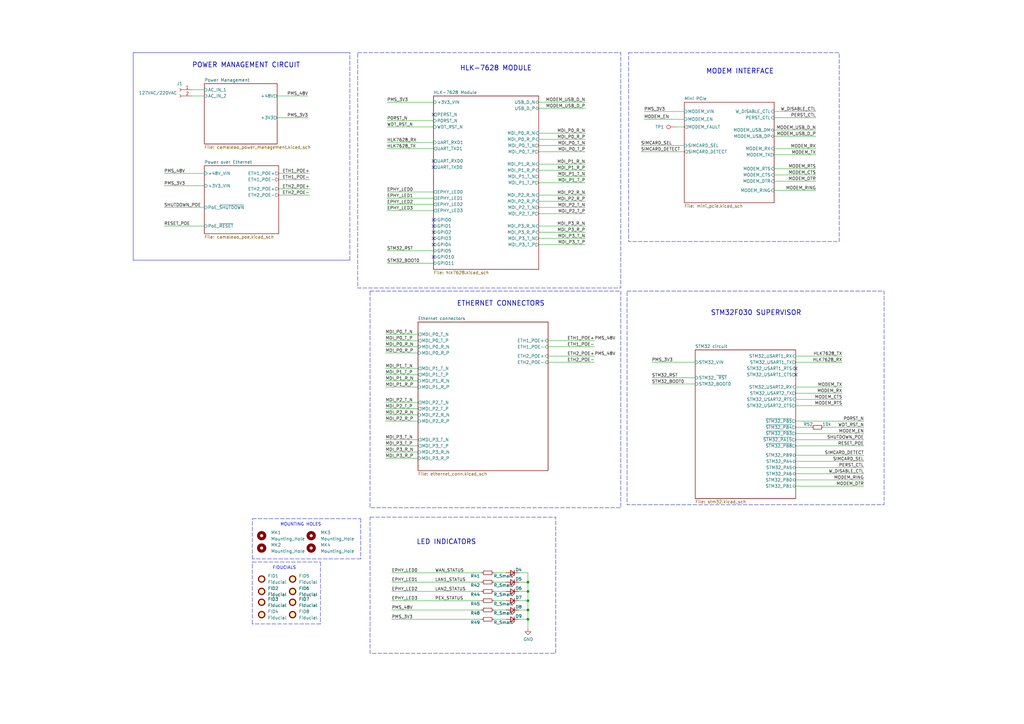
<source format=kicad_sch>
(kicad_sch (version 20230121) (generator eeschema)
  (paper "A3")
  (lib_symbols
    (symbol "Connector:Conn_01x02_Female" (pin_names (offset 1.016) hide)
      (property "Reference" "J" (at 0 2.54 0))
      (property "Value" "Conn_01x02_Female" (at 0 -5.08 0))
      (symbol "Conn_01x02_Female_1_1"
        (arc (start 0 -2.032) (mid -0.5058 -2.54) (end 0 -3.048) (stroke (width 0.1524)))
        (polyline (pts (xy -1.27 -2.54) (xy -0.508 -2.54)) (stroke (width 0.1524)))
        (polyline (pts (xy -1.27 0) (xy -0.508 0)) (stroke (width 0.1524)))
        (arc (start 0 0.508) (mid -0.5058 0) (end 0 -0.508) (stroke (width 0.1524)))
        (pin passive line (at -5.08 0 0) (length 3.81) (name "Pin_1") (number "1"))
        (pin passive line (at -5.08 -2.54 0) (length 3.81) (name "Pin_2") (number "2"))
      )
    )
    (symbol "Connector:TestPoint" (pin_numbers hide) (pin_names (offset 0.762) hide)
      (property "Reference" "TP" (at 0 6.858 0))
      (property "Value" "TestPoint" (at 0 5.08 0))
      (symbol "TestPoint_0_1"
        (circle (center 0 3.302) (radius 0.762))
      )
      (symbol "TestPoint_1_1"
        (pin passive line (at 0 0 90) (length 2.54) (name "1") (number "1"))
      )
    )
    (symbol "Device:LED_Small" (pin_numbers hide) (pin_names (offset 0.254) hide)
      (property "Reference" "D" (at -1.27 3.175 0))
      (property "Value" "LED_Small" (at -4.445 -2.54 0))
      (symbol "LED_Small_0_1"
        (polyline (pts (xy -0.762 -1.016) (xy -0.762 1.016)) (stroke (width 0.254)))
        (polyline (pts (xy 1.016 0) (xy -0.762 0)))
        (polyline (pts (xy 0.762 -1.016) (xy -0.762 0) (xy 0.762 1.016) (xy 0.762 -1.016)) (stroke (width 0.254)))
        (polyline (pts (xy 0 0.762) (xy -0.508 1.27) (xy -0.254 1.27) (xy -0.508 1.27) (xy -0.508 1.016)))
        (polyline (pts (xy 0.508 1.27) (xy 0 1.778) (xy 0.254 1.778) (xy 0 1.778) (xy 0 1.524)))
      )
      (symbol "LED_Small_1_1"
        (pin passive line (at -2.54 0 0) (length 1.778) (name "K") (number "1"))
        (pin passive line (at 2.54 0 180) (length 1.778) (name "A") (number "2"))
      )
    )
    (symbol "Device:R_Small" (pin_numbers hide) (pin_names (offset 0.254) hide)
      (property "Reference" "R" (at 0.762 0.508 0))
      (property "Value" "R_Small" (at 0.762 -1.016 0))
      (symbol "R_Small_0_1"
        (rectangle (start -0.762 1.778) (end 0.762 -1.778) (stroke (width 0.2032)))
      )
      (symbol "R_Small_1_1"
        (pin passive line (at 0 2.54 270) (length 0.762) (name "~") (number "1"))
        (pin passive line (at 0 -2.54 90) (length 0.762) (name "~") (number "2"))
      )
    )
    (symbol "Mechanical:Fiducial"
      (property "Reference" "FID" (at 0 5.08 0))
      (property "Value" "Fiducial" (at 0 3.175 0))
      (symbol "Fiducial_0_1"
        (circle (center 0 0) (radius 1.27) (stroke (width 0.508)) (fill (type background)))
      )
    )
    (symbol "mechanical:Mounting_Hole" (pin_names (offset 1.016))
      (property "Reference" "MK" (at 0 5.08 0))
      (property "Value" "Mounting_Hole" (at 0 3.175 0))
      (symbol "Mounting_Hole_0_1"
        (circle (center 0 0) (radius 1.27) (stroke (width 1.27)))
      )
    )
    (symbol "power:GND" (power) (pin_names (offset 0))
      (property "Value" "GND" (at 0 -3.81 0))
      (symbol "GND_0_1"
        (polyline (pts (xy 0 0) (xy 0 -1.27) (xy 1.27 -1.27) (xy 0 -2.54) (xy -1.27 -1.27) (xy 0 -1.27)))
      )
      (symbol "GND_1_1"
        (pin power_in line (at 0 0 270) (length 0) hide (name "GND") (number "1"))
      )
    )
  )
  (junction (at 216.535 238.76))
  (junction (at 216.535 246.38))
  (junction (at 216.535 250.19))
  (junction (at 216.535 254))
  (junction (at 216.535 242.57))
  (no_connect (at 177.8 97.79))
  (no_connect (at 177.8 105.41))
  (no_connect (at 326.39 151.13))
  (no_connect (at 177.8 100.33))
  (no_connect (at 177.8 46.99))
  (no_connect (at 177.8 66.04))
  (no_connect (at 177.8 68.58))
  (no_connect (at 177.8 95.25))
  (no_connect (at 177.8 90.17))
  (no_connect (at 177.8 92.71))
  (no_connect (at 326.39 153.67))
  (wire (pts (xy 267.335 154.94) (xy 285.115 154.94)))
  (wire (pts (xy 354.33 172.72) (xy 326.39 172.72)))
  (wire (pts (xy 158.75 81.28) (xy 177.8 81.28)))
  (wire (pts (xy 220.98 44.45) (xy 240.03 44.45)))
  (wire (pts (xy 277.495 52.07) (xy 280.67 52.07)))
  (polyline (pts (xy 54.61 21.59) (xy 54.61 106.68)))
  (wire (pts (xy 67.31 71.12) (xy 83.82 71.12)))
  (wire (pts (xy 158.75 107.95) (xy 177.8 107.95)))
  (polyline (pts (xy 143.51 106.68) (xy 143.51 21.59)) (stroke (width 0) (type dash)))
  (wire (pts (xy 127 80.01) (xy 114.3 80.01)))
  (wire (pts (xy 212.725 246.38) (xy 216.535 246.38)))
  (wire (pts (xy 158.115 158.75) (xy 171.45 158.75)))
  (wire (pts (xy 158.75 49.53) (xy 177.8 49.53)))
  (polyline (pts (xy 103.505 212.725) (xy 147.955 212.725)) (stroke (width 0) (type dash)))
  (wire (pts (xy 127 73.66) (xy 114.3 73.66)))
  (wire (pts (xy 212.725 238.76) (xy 216.535 238.76)))
  (wire (pts (xy 264.16 45.72) (xy 280.67 45.72)))
  (wire (pts (xy 114.3 77.47) (xy 127 77.47)))
  (wire (pts (xy 158.75 86.36) (xy 177.8 86.36)))
  (wire (pts (xy 264.16 48.895) (xy 280.67 48.895)))
  (wire (pts (xy 158.75 78.74) (xy 177.8 78.74)))
  (wire (pts (xy 224.79 139.7) (xy 243.84 139.7)))
  (wire (pts (xy 220.98 95.25) (xy 240.03 95.25)))
  (polyline (pts (xy 147.955 212.725) (xy 147.955 229.235)) (stroke (width 0) (type dash)))
  (wire (pts (xy 317.5 74.295) (xy 334.645 74.295)))
  (wire (pts (xy 202.565 242.57) (xy 207.645 242.57)))
  (wire (pts (xy 240.03 72.39) (xy 228.6 72.39)))
  (polyline (pts (xy 131.445 230.505) (xy 131.445 255.905)) (stroke (width 0) (type dash)))
  (wire (pts (xy 317.5 45.72) (xy 334.645 45.72)))
  (wire (pts (xy 160.655 250.19) (xy 197.485 250.19)))
  (wire (pts (xy 202.565 246.38) (xy 207.645 246.38)))
  (wire (pts (xy 216.535 257.81) (xy 216.535 254)))
  (wire (pts (xy 326.39 166.37) (xy 345.44 166.37)))
  (wire (pts (xy 337.82 175.26) (xy 354.33 175.26)))
  (wire (pts (xy 326.39 163.83) (xy 345.44 163.83)))
  (polyline (pts (xy 147.955 229.235) (xy 103.505 229.235)) (stroke (width 0) (type dash)))
  (wire (pts (xy 220.98 87.63) (xy 240.03 87.63)))
  (wire (pts (xy 317.5 71.755) (xy 334.645 71.755)))
  (wire (pts (xy 158.115 144.78) (xy 171.45 144.78)))
  (wire (pts (xy 158.115 165.1) (xy 171.45 165.1)))
  (wire (pts (xy 158.115 182.88) (xy 171.45 182.88)))
  (wire (pts (xy 212.725 254) (xy 216.535 254)))
  (wire (pts (xy 326.39 161.29) (xy 345.44 161.29)))
  (wire (pts (xy 158.75 83.82) (xy 177.8 83.82)))
  (wire (pts (xy 220.98 85.09) (xy 240.03 85.09)))
  (wire (pts (xy 158.115 167.64) (xy 171.45 167.64)))
  (wire (pts (xy 78.74 39.37) (xy 83.82 39.37)))
  (wire (pts (xy 202.565 234.95) (xy 207.645 234.95)))
  (wire (pts (xy 158.75 102.87) (xy 177.8 102.87)))
  (wire (pts (xy 158.115 151.13) (xy 171.45 151.13)))
  (wire (pts (xy 216.535 234.95) (xy 212.725 234.95)))
  (wire (pts (xy 317.5 69.215) (xy 334.645 69.215)))
  (wire (pts (xy 220.98 100.33) (xy 240.03 100.33)))
  (wire (pts (xy 113.665 39.37) (xy 126.365 39.37)))
  (wire (pts (xy 326.39 196.85) (xy 354.33 196.85)))
  (wire (pts (xy 317.5 78.105) (xy 334.645 78.105)))
  (wire (pts (xy 220.98 74.93) (xy 240.03 74.93)))
  (wire (pts (xy 326.39 158.75) (xy 345.44 158.75)))
  (wire (pts (xy 220.98 69.85) (xy 240.03 69.85)))
  (wire (pts (xy 220.98 54.61) (xy 240.03 54.61)))
  (wire (pts (xy 67.31 76.2) (xy 83.82 76.2)))
  (wire (pts (xy 160.655 242.57) (xy 197.485 242.57)))
  (wire (pts (xy 216.535 238.76) (xy 216.535 234.95)))
  (wire (pts (xy 114.3 71.12) (xy 127 71.12)))
  (wire (pts (xy 212.725 250.19) (xy 216.535 250.19)))
  (polyline (pts (xy 54.61 106.68) (xy 143.51 106.68)))
  (wire (pts (xy 158.75 60.96) (xy 177.8 60.96)))
  (wire (pts (xy 216.535 254) (xy 216.535 250.19)))
  (wire (pts (xy 220.98 67.31) (xy 240.03 67.31)))
  (wire (pts (xy 158.115 142.24) (xy 171.45 142.24)))
  (wire (pts (xy 326.39 177.8) (xy 354.33 177.8)))
  (polyline (pts (xy 143.51 21.59) (xy 54.61 21.59)))
  (wire (pts (xy 326.39 199.39) (xy 354.33 199.39)))
  (wire (pts (xy 326.39 180.34) (xy 354.33 180.34)))
  (wire (pts (xy 220.98 57.15) (xy 240.03 57.15)))
  (wire (pts (xy 158.115 156.21) (xy 171.45 156.21)))
  (polyline (pts (xy 131.445 255.905) (xy 103.505 255.905)) (stroke (width 0) (type dash)))
  (wire (pts (xy 224.79 148.59) (xy 243.84 148.59)))
  (wire (pts (xy 220.98 59.69) (xy 240.03 59.69)))
  (wire (pts (xy 317.5 48.26) (xy 334.645 48.26)))
  (wire (pts (xy 158.115 137.16) (xy 171.45 137.16)))
  (wire (pts (xy 326.39 146.05) (xy 345.44 146.05)))
  (wire (pts (xy 326.39 189.23) (xy 354.33 189.23)))
  (wire (pts (xy 224.79 146.05) (xy 243.84 146.05)))
  (wire (pts (xy 334.645 53.34) (xy 317.5 53.34)))
  (wire (pts (xy 267.335 148.59) (xy 285.115 148.59)))
  (wire (pts (xy 220.98 82.55) (xy 240.03 82.55)))
  (wire (pts (xy 220.98 80.01) (xy 240.03 80.01)))
  (wire (pts (xy 158.75 58.42) (xy 177.8 58.42)))
  (wire (pts (xy 158.115 185.42) (xy 171.45 185.42)))
  (wire (pts (xy 326.39 175.26) (xy 332.74 175.26)))
  (wire (pts (xy 267.335 157.48) (xy 285.115 157.48)))
  (wire (pts (xy 317.5 63.5) (xy 334.645 63.5)))
  (wire (pts (xy 78.74 36.83) (xy 83.82 36.83)))
  (wire (pts (xy 202.565 250.19) (xy 207.645 250.19)))
  (wire (pts (xy 160.655 254) (xy 197.485 254)))
  (wire (pts (xy 326.39 148.59) (xy 345.44 148.59)))
  (wire (pts (xy 220.98 62.23) (xy 240.03 62.23)))
  (wire (pts (xy 220.98 92.71) (xy 240.03 92.71)))
  (wire (pts (xy 326.39 191.77) (xy 354.33 191.77)))
  (wire (pts (xy 160.655 246.38) (xy 197.485 246.38)))
  (wire (pts (xy 220.98 41.91) (xy 240.03 41.91)))
  (wire (pts (xy 216.535 246.38) (xy 216.535 242.57)))
  (wire (pts (xy 317.5 60.96) (xy 334.645 60.96)))
  (wire (pts (xy 158.115 170.18) (xy 171.45 170.18)))
  (polyline (pts (xy 103.505 230.505) (xy 131.445 230.505)) (stroke (width 0) (type dash)))
  (wire (pts (xy 158.115 139.7) (xy 171.45 139.7)))
  (wire (pts (xy 177.8 41.91) (xy 158.75 41.91)))
  (wire (pts (xy 220.98 97.79) (xy 240.03 97.79)))
  (wire (pts (xy 326.39 194.31) (xy 354.33 194.31)))
  (polyline (pts (xy 103.505 229.235) (xy 103.505 212.725)) (stroke (width 0) (type dash)))
  (wire (pts (xy 158.115 180.34) (xy 171.45 180.34)))
  (wire (pts (xy 113.665 48.26) (xy 126.365 48.26)))
  (wire (pts (xy 160.655 234.95) (xy 197.485 234.95)))
  (wire (pts (xy 262.89 62.23) (xy 280.67 62.23)))
  (wire (pts (xy 160.655 238.76) (xy 197.485 238.76)))
  (wire (pts (xy 216.535 242.57) (xy 216.535 238.76)))
  (wire (pts (xy 212.725 242.57) (xy 216.535 242.57)))
  (wire (pts (xy 334.645 55.88) (xy 317.5 55.88)))
  (wire (pts (xy 262.89 59.69) (xy 280.67 59.69)))
  (wire (pts (xy 67.31 92.71) (xy 83.82 92.71)))
  (wire (pts (xy 326.39 186.69) (xy 354.33 186.69)))
  (wire (pts (xy 202.565 238.76) (xy 207.645 238.76)))
  (wire (pts (xy 158.75 52.07) (xy 177.8 52.07)))
  (wire (pts (xy 202.565 254) (xy 207.645 254)))
  (wire (pts (xy 216.535 250.19) (xy 216.535 246.38)))
  (wire (pts (xy 158.115 172.72) (xy 171.45 172.72)))
  (wire (pts (xy 67.31 85.09) (xy 83.82 85.09)))
  (polyline (pts (xy 103.505 255.905) (xy 103.505 230.505)) (stroke (width 0) (type dash)))
  (wire (pts (xy 326.39 182.88) (xy 354.33 182.88)))
  (wire (pts (xy 158.115 187.96) (xy 171.45 187.96)))
  (wire (pts (xy 158.115 153.67) (xy 171.45 153.67)))
  (wire (pts (xy 224.79 142.24) (xy 243.84 142.24)))
  (rectangle (start 257.175 119.38) (end 362.585 207.01) (stroke (width 0) (type dash)))
  (rectangle (start 151.765 119.38) (end 254.635 208.28) (stroke (width 0) (type dash)))
  (rectangle (start 257.81 21.59) (end 344.17 99.06) (stroke (width 0) (type dash)))
  (rectangle (start 146.685 21.59) (end 254.635 118.11) (stroke (width 0) (type dash)))
  (rectangle (start 151.765 212.09) (end 227.965 267.97) (stroke (width 0) (type dash)))
  (text "FIDUCIALS\n" (at 111.76 233.68 0) (effects (font (size 1.27 1.27)) (justify left bottom)))
  (text "MOUNTING HOLES\n" (at 114.935 215.9 0) (effects (font (size 1.27 1.27)) (justify left bottom)))
  (text "LED INDICATORS" (at 170.815 223.52 0) (effects (font (size 2 2) (thickness 0.254) bold) (justify left bottom)))
  (text "ETHERNET CONNECTORS" (at 187.325 125.73 0) (effects (font (size 2 2) (thickness 0.254) bold) (justify left bottom)))
  (text "MODEM INTERFACE" (at 289.56 30.48 0) (effects (font (size 2 2) (thickness 0.254) bold) (justify left bottom)))
  (text "POWER MANAGEMENT CIRCUIT" (at 78.74 27.94 0) (effects (font (size 2 2) (thickness 0.254) bold) (justify left bottom)))
  (text "HLK-7628 MODULE" (at 188.595 29.21 0) (effects (font (size 2 2) (thickness 0.254) bold) (justify left bottom)))
  (text "STM32F030 SUPERVISOR" (at 291.465 129.54 0) (effects (font (size 2 2) (thickness 0.254) bold) (justify left bottom)))
  (label "PMS_48V" (at 243.84 139.7 0))
  (label "MDI_P1_R_P" (at 158.115 158.75 0))
  (label "MDI_P0_R_P" (at 240.03 57.15 180))
  (label "MODEM_TX" (at 345.44 158.75 180))
  (label "MODEM_USB_D_N" (at 240.03 41.91 180))
  (label "MDI_P3_T_P" (at 240.03 100.33 180))
  (label "PEX_STATUS" (at 178.435 246.38 0))
  (label "MDI_P3_T_N" (at 240.03 97.79 180))
  (label "MDI_P3_T_N" (at 158.115 180.34 0))
  (label "HLK7628_RX" (at 158.75 58.42 0))
  (label "EPHY_LED2" (at 158.75 83.82 0))
  (label "MDI_P1_R_N" (at 240.03 67.31 180))
  (label "PMS_48V" (at 160.655 250.19 0))
  (label "P0RST_N" (at 158.75 49.53 0))
  (label "MODEM_CTS" (at 334.645 71.755 180))
  (label "WDT_RST_N" (at 354.33 175.26 180))
  (label "SHUTDOWN_POE" (at 67.31 85.09 0))
  (label "MDI_P1_T_N" (at 240.03 72.39 180))
  (label "MDI_P0_T_N" (at 240.03 59.69 180))
  (label "MDI_P3_T_P" (at 158.115 182.88 0))
  (label "PERST_CTL" (at 334.645 48.26 180))
  (label "MDI_P0_T_P" (at 158.115 139.7 0))
  (label "EPHY_LED1" (at 158.75 81.28 0))
  (label "MDI_P2_T_N" (at 158.115 165.1 0))
  (label "ETH2_POE-" (at 243.84 148.59 180))
  (label "MDI_P1_R_N" (at 158.115 156.21 0))
  (label "MODEM_EN" (at 264.16 48.895 0))
  (label "ETH1_POE+" (at 127 71.12 180))
  (label "PERST_CTL" (at 354.33 191.77 180))
  (label "MODEM_RING" (at 334.645 78.105 180))
  (label "ETH1_POE-" (at 243.84 142.24 180))
  (label "PMS_48V" (at 126.365 39.37 180))
  (label "MODEM_EN" (at 354.33 177.8 180))
  (label "PMS_3V3" (at 67.31 76.2 0))
  (label "PMS_3V3" (at 126.365 48.26 180))
  (label "MDI_P1_R_P" (at 240.03 69.85 180))
  (label "MDI_P2_T_P" (at 240.03 87.63 180))
  (label "RESET_POE" (at 354.33 182.88 180))
  (label "STM32_RST" (at 267.335 154.94 0))
  (label "W_DISABLE_CTL" (at 334.645 45.72 180))
  (label "ETH1_POE-" (at 127 73.66 180))
  (label "LAN2_STATUS" (at 178.435 242.57 0))
  (label "MODEM_RX" (at 345.44 161.29 180))
  (label "MDI_P1_T_P" (at 240.03 74.93 180))
  (label "STM32_BOOT0" (at 158.75 107.95 0))
  (label "RESET_POE" (at 67.31 92.71 0))
  (label "SIMCARD_SEL" (at 262.89 59.69 0))
  (label "MODEM_RX" (at 334.645 60.96 180))
  (label "EPHY_LED0" (at 158.75 78.74 0))
  (label "MODEM_USB_D_N" (at 334.645 53.34 180))
  (label "MDI_P2_R_P" (at 158.115 172.72 0))
  (label "MDI_P2_R_P" (at 240.03 82.55 180))
  (label "MDI_P3_R_N" (at 158.115 185.42 0))
  (label "MDI_P2_R_N" (at 240.03 80.01 180))
  (label "EPHY_LED3" (at 158.75 86.36 0))
  (label "STM32_RST" (at 158.75 102.87 0))
  (label "ETH2_POE+" (at 243.84 146.05 180))
  (label "PMS_3V3" (at 267.335 148.59 0))
  (label "W_DISABLE_CTL" (at 354.33 194.31 180))
  (label "ETH1_POE+" (at 243.84 139.7 180))
  (label "MDI_P3_R_N" (at 240.03 92.71 180))
  (label "MODEM_USB_D_P" (at 334.645 55.88 180))
  (label "EPHY_LED0" (at 160.655 234.95 0))
  (label "PMS_3V3" (at 158.75 41.91 0))
  (label "MODEM_RING" (at 354.33 196.85 180))
  (label "MODEM_USB_D_P" (at 240.03 44.45 180))
  (label "WDT_RST_N" (at 158.75 52.07 0))
  (label "MDI_P2_T_N" (at 240.03 85.09 180))
  (label "MDI_P2_T_P" (at 158.115 167.64 0))
  (label "EPHY_LED3" (at 160.655 246.38 0))
  (label "MDI_P1_T_P" (at 158.115 153.67 0))
  (label "LAN1_STATUS" (at 178.435 238.76 0))
  (label "MDI_P2_R_N" (at 158.115 170.18 0))
  (label "MODEM_DTR" (at 334.645 74.295 180))
  (label "MDI_P0_T_N" (at 158.115 137.16 0))
  (label "MDI_P0_R_N" (at 158.115 142.24 0))
  (label "MDI_P0_R_P" (at 158.115 144.78 0))
  (label "EPHY_LED2" (at 160.655 242.57 0))
  (label "SIMCARD_SEL" (at 354.33 189.23 180))
  (label "SHUTDOWN_POE" (at 354.33 180.34 180))
  (label "MODEM_TX" (at 334.645 63.5 180))
  (label "ETH2_POE-" (at 127 80.01 180))
  (label "MODEM_RTS" (at 345.44 166.37 180))
  (label "MDI_P3_R_P" (at 240.03 95.25 180))
  (label "MDI_P0_R_N" (at 240.03 54.61 180))
  (label "MODEM_DTR" (at 354.33 199.39 180))
  (label "WAN_STATUS" (at 178.435 234.95 0))
  (label "HLK7628_TX" (at 158.75 60.96 0))
  (label "HLK7628_TX" (at 345.44 146.05 180))
  (label "SIMCARD_DETECT" (at 262.89 62.23 0))
  (label "P0RST_N" (at 354.33 172.72 180))
  (label "MDI_P0_T_P" (at 240.03 62.23 180))
  (label "EPHY_LED1" (at 160.655 238.76 0))
  (label "PMS_48V" (at 67.31 71.12 0))
  (label "HLK7628_RX" (at 345.44 148.59 180))
  (label "MDI_P3_R_P" (at 158.115 187.96 0))
  (label "PMS_3V3" (at 264.16 45.72 0))
  (label "STM32_BOOT0" (at 267.335 157.48 0))
  (label "PMS_48V" (at 243.84 146.05 0))
  (label "MDI_P1_T_N" (at 158.115 151.13 0))
  (label "ETH2_POE+" (at 127 77.47 180))
  (label "MODEM_RTS" (at 334.645 69.215 180))
  (label "PMS_3V3" (at 160.655 254 0))
  (label "MODEM_CTS" (at 345.44 163.83 180))
  (label "SIMCARD_DETECT" (at 354.33 186.69 180))
  (symbol (lib_id "Mechanical:Fiducial") (at 120.015 247.015 0) (unit 1)
    (property "Reference" "FID7" (at 122.555 245.7449 0) (effects (justify left)))
    (property "Value" "Fiducial" (at 122.555 248.2849 0) (effects (justify left)))
    (property "Footprint" "Fiducial:Fiducial_1mm_Mask2mm" (effects hide))
  )
  (symbol (lib_id "Device:LED_Small") (at 210.185 238.76 180) (unit 1)
    (property "Reference" "D5" (at 212.725 237.49 0))
    (property "Value" "LED_Small" (effects hide))
    (property "Footprint" "LED_SMD:LED_0603_1608Metric" (effects hide))
  )
  (symbol (lib_id "Device:LED_Small") (at 210.185 242.57 180) (unit 1)
    (property "Reference" "D6" (at 212.725 241.3 0))
    (property "Value" "LED_Small" (effects hide))
    (property "Footprint" "LED_SMD:LED_0603_1608Metric" (effects hide))
  )
  (symbol (lib_id "mechanical:Mounting_Hole") (at 127.635 224.79 0) (unit 1)
    (property "Reference" "MK4" (at 131.445 223.5199 0) (effects (justify left)))
    (property "Value" "Mounting_Hole" (at 131.445 226.0599 0) (effects (justify left)))
    (property "Footprint" "MountingHole:MountingHole_3.2mm_M3" (effects hide))
  )
  (symbol (lib_id "Connector:Conn_01x02_Female") (at 73.66 36.83 0) (mirror y) (unit 1)
    (property "Reference" "J1" (at 73.66 34.29 0))
    (property "Value" "127VAC/220VAC" (at 64.77 38.1 0))
    (property "Footprint" "Gabriel:WJ2EDGRC-5.08-2P" (effects hide))
    (property "Datasheet" "https://datasheet.lcsc.com/lcsc/1912251631_Ningbo-Kangnex-Elec-WJ2EDGRC-5-08-2P_C3697.pdf" (effects hide))
    (property "LCSC Part" "C3697" (effects hide))
  )
  (symbol (lib_id "Device:LED_Small") (at 210.185 250.19 180) (unit 1)
    (property "Reference" "D8" (at 212.725 248.92 0))
    (property "Value" "LED_Small" (effects hide))
    (property "Footprint" "LED_SMD:LED_0603_1608Metric" (effects hide))
  )
  (symbol (lib_id "Mechanical:Fiducial") (at 107.315 237.49 0) (unit 1)
    (property "Reference" "FID1" (at 109.855 236.2199 0) (effects (justify left)))
    (property "Value" "Fiducial" (at 109.855 238.7599 0) (effects (justify left)))
    (property "Footprint" "Fiducial:Fiducial_1mm_Mask2mm" (effects hide))
  )
  (symbol (lib_id "Device:R_Small") (at 200.025 234.95 90) (unit 1)
    (property "Reference" "R41" (at 194.945 236.22 90))
    (property "Value" "R_Small" (at 206.375 236.22 90))
    (property "Footprint" "Resistor_SMD:R_0402_1005Metric" (effects hide))
  )
  (symbol (lib_id "Mechanical:Fiducial") (at 120.015 237.49 0) (unit 1)
    (property "Reference" "FID5" (at 122.555 236.2199 0) (effects (justify left)))
    (property "Value" "Fiducial" (at 122.555 238.7599 0) (effects (justify left)))
    (property "Footprint" "Fiducial:Fiducial_1mm_Mask2mm" (effects hide))
  )
  (symbol (lib_id "Device:R_Small") (at 200.025 246.38 90) (unit 1)
    (property "Reference" "R45" (at 194.945 247.65 90))
    (property "Value" "R_Small" (at 206.375 247.65 90))
    (property "Footprint" "Resistor_SMD:R_0402_1005Metric" (effects hide))
  )
  (symbol (lib_id "Mechanical:Fiducial") (at 107.315 252.095 0) (unit 1)
    (property "Reference" "FID4" (at 109.855 250.8249 0) (effects (justify left)))
    (property "Value" "Fiducial" (at 109.855 253.3649 0) (effects (justify left)))
    (property "Footprint" "Fiducial:Fiducial_1mm_Mask2mm" (effects hide))
  )
  (symbol (lib_id "Device:LED_Small") (at 210.185 234.95 180) (unit 1)
    (property "Reference" "D4" (at 212.725 233.68 0))
    (property "Value" "LED_Small" (effects hide))
    (property "Footprint" "LED_SMD:LED_0603_1608Metric" (effects hide))
  )
  (symbol (lib_id "Device:R_Small") (at 200.025 254 90) (unit 1)
    (property "Reference" "R49" (at 194.945 255.27 90))
    (property "Value" "R_Small" (at 206.375 255.27 90))
    (property "Footprint" "Resistor_SMD:R_0402_1005Metric" (effects hide))
  )
  (symbol (lib_id "mechanical:Mounting_Hole") (at 127.635 219.71 0) (unit 1)
    (property "Reference" "MK3" (at 131.445 218.4399 0) (effects (justify left)))
    (property "Value" "Mounting_Hole" (at 131.445 220.9799 0) (effects (justify left)))
    (property "Footprint" "MountingHole:MountingHole_3.2mm_M3" (effects hide))
  )
  (symbol (lib_id "Device:R_Small") (at 200.025 250.19 90) (unit 1)
    (property "Reference" "R48" (at 194.945 251.46 90))
    (property "Value" "R_Small" (at 206.375 251.46 90))
    (property "Footprint" "Resistor_SMD:R_0402_1005Metric" (effects hide))
  )
  (symbol (lib_id "Device:R_Small") (at 200.025 238.76 90) (unit 1)
    (property "Reference" "R42" (at 194.945 240.03 90))
    (property "Value" "R_Small" (at 206.375 240.03 90))
    (property "Footprint" "Resistor_SMD:R_0402_1005Metric" (effects hide))
  )
  (symbol (lib_id "Device:LED_Small") (at 210.185 246.38 180) (unit 1)
    (property "Reference" "D7" (at 212.725 245.11 0))
    (property "Value" "LED_Small" (effects hide))
    (property "Footprint" "LED_SMD:LED_0603_1608Metric" (effects hide))
  )
  (symbol (lib_id "Device:R_Small") (at 200.025 242.57 90) (unit 1)
    (property "Reference" "R44" (at 194.945 243.84 90))
    (property "Value" "R_Small" (at 206.375 243.84 90))
    (property "Footprint" "Resistor_SMD:R_0402_1005Metric" (effects hide))
  )
  (symbol (lib_id "Mechanical:Fiducial") (at 120.015 252.095 0) (unit 1)
    (property "Reference" "FID8" (at 122.555 250.8249 0) (effects (justify left)))
    (property "Value" "Fiducial" (at 122.555 253.3649 0) (effects (justify left)))
    (property "Footprint" "Fiducial:Fiducial_1mm_Mask2mm" (effects hide))
  )
  (symbol (lib_id "power:GND") (at 216.535 257.81 0) (unit 1)
    (property "Reference" "#PWR055" (effects hide))
    (property "Value" "GND" (at 216.662 262.2042 0))
  )
  (symbol (lib_id "mechanical:Mounting_Hole") (at 107.315 224.79 0) (unit 1)
    (property "Reference" "MK2" (at 111.125 223.5199 0) (effects (justify left)))
    (property "Value" "Mounting_Hole" (at 111.125 226.0599 0) (effects (justify left)))
    (property "Footprint" "MountingHole:MountingHole_3.2mm_M3" (effects hide))
  )
  (symbol (lib_id "Mechanical:Fiducial") (at 107.315 247.015 0) (unit 1)
    (property "Reference" "FID3" (at 109.855 245.7449 0) (effects (justify left)))
    (property "Value" "Fiducial" (at 109.855 248.2849 0) (effects (justify left)))
    (property "Footprint" "Fiducial:Fiducial_1mm_Mask2mm" (effects hide))
  )
  (symbol (lib_id "Mechanical:Fiducial") (at 120.015 242.57 0) (unit 1)
    (property "Reference" "FID6" (at 122.555 241.2999 0) (effects (justify left)))
    (property "Value" "Fiducial" (at 122.555 243.8399 0) (effects (justify left)))
    (property "Footprint" "Fiducial:Fiducial_1mm_Mask2mm" (effects hide))
  )
  (symbol (lib_id "Connector:TestPoint") (at 277.495 52.07 90) (unit 1)
    (property "Reference" "TP1" (at 268.6686 52.07 90) (effects (justify right)))
    (property "Value" "TestPoint" (effects hide))
    (property "Footprint" "TestPoint:TestPoint_Pad_D1.0mm" (effects hide))
  )
  (symbol (lib_id "Mechanical:Fiducial") (at 107.315 242.57 0) (unit 1)
    (property "Reference" "FID2" (at 109.855 241.2999 0) (effects (justify left)))
    (property "Value" "Fiducial" (at 109.855 243.8399 0) (effects (justify left)))
    (property "Footprint" "Fiducial:Fiducial_1mm_Mask2mm" (effects hide))
  )
  (symbol (lib_id "Device:LED_Small") (at 210.185 254 180) (unit 1)
    (property "Reference" "D9" (at 212.725 252.73 0))
    (property "Value" "LED_Small" (effects hide))
    (property "Footprint" "LED_SMD:LED_0603_1608Metric" (effects hide))
  )
  (symbol (lib_id "Device:R_Small") (at 335.28 175.26 270) (unit 1)
    (property "Reference" "R52" (at 331.47 173.99 90))
    (property "Value" "10k" (at 339.09 173.99 90))
    (property "Footprint" "Resistor_SMD:R_0402_1005Metric" (effects hide))
  )
  (symbol (lib_id "mechanical:Mounting_Hole") (at 107.315 219.71 0) (unit 1)
    (property "Reference" "MK1" (at 111.125 218.4399 0) (effects (justify left)))
    (property "Value" "Mounting_Hole" (at 111.125 220.9799 0) (effects (justify left)))
    (property "Footprint" "MountingHole:MountingHole_3.2mm_M3" (effects hide))
  )
  (sheet (at 171.45 132.08) (size 53.34 60.96) (stroke (width 0.1524))
    (property "Sheetname" "Ethernet connectors" (at 171.45 131.3684 0) (effects (justify left bottom)))
    (property "Sheetfile" "ethernet_conn.kicad_sch" (at 171.45 193.6246 0) (effects (justify left top)))
    (pin "MDI_P0_T_N" output (at 171.45 137.16 180))
    (pin "MDI_P0_T_P" output (at 171.45 139.7 180))
    (pin "MDI_P0_R_N" input (at 171.45 142.24 180))
    (pin "MDI_P0_R_P" input (at 171.45 144.78 180))
    (pin "MDI_P1_R_P" input (at 171.45 158.75 180))
    (pin "MDI_P1_T_N" output (at 171.45 151.13 180))
    (pin "MDI_P1_R_N" input (at 171.45 156.21 180))
    (pin "MDI_P1_T_P" output (at 171.45 153.67 180))
    (pin "ETH1_POE-" input (at 224.79 142.24 0))
    (pin "ETH2_POE-" input (at 224.79 148.59 0))
    (pin "MDI_P2_R_P" input (at 171.45 172.72 180))
    (pin "MDI_P2_T_N" output (at 171.45 165.1 180))
    (pin "MDI_P2_R_N" input (at 171.45 170.18 180))
    (pin "MDI_P2_T_P" output (at 171.45 167.64 180))
    (pin "MDI_P3_T_P" output (at 171.45 182.88 180))
    (pin "MDI_P3_T_N" output (at 171.45 180.34 180))
    (pin "MDI_P3_R_P" input (at 171.45 187.96 180))
    (pin "MDI_P3_R_N" input (at 171.45 185.42 180))
    (pin "ETH1_POE+" input (at 224.79 139.7 0))
    (pin "ETH2_POE+" input (at 224.79 146.05 0))
  )
  (sheet (at 177.8 39.37) (size 43.18 71.12) (stroke (width 0.1524))
    (property "Sheetname" "HLK-7628 Module" (at 177.8 38.6584 0) (effects (justify left bottom)))
    (property "Sheetfile" "hlk7628.kicad_sch" (at 177.8 111.0746 0) (effects (justify left top)))
    (pin "+3V3_VIN" input (at 177.8 41.91 180))
    (pin "UART_TXD1" output (at 177.8 60.96 180))
    (pin "EPHY_LED1" output (at 177.8 81.28 180))
    (pin "P0RST_N" input (at 177.8 49.53 180))
    (pin "EPHY_LED0" output (at 177.8 78.74 180))
    (pin "UART_RXD1" input (at 177.8 58.42 180))
    (pin "EPHY_LED3" output (at 177.8 86.36 180))
    (pin "EPHY_LED2" output (at 177.8 83.82 180))
    (pin "UART_RXD0" output (at 177.8 66.04 180))
    (pin "GPIO11" bidirectional (at 177.8 107.95 180))
    (pin "UART_TXD0" output (at 177.8 68.58 180))
    (pin "MDI_P3_R_P" input (at 220.98 95.25 0))
    (pin "MDI_P3_R_N" input (at 220.98 92.71 0))
    (pin "MDI_P3_T_N" output (at 220.98 97.79 0))
    (pin "USB_D_N" bidirectional (at 220.98 41.91 0))
    (pin "USB_D_P" bidirectional (at 220.98 44.45 0))
    (pin "MDI_P2_T_P" output (at 220.98 87.63 0))
    (pin "MDI_P2_R_P" input (at 220.98 82.55 0))
    (pin "MDI_P2_T_N" output (at 220.98 85.09 0))
    (pin "MDI_P2_R_N" input (at 220.98 80.01 0))
    (pin "MDI_P3_T_P" output (at 220.98 100.33 0))
    (pin "MDI_P0_T_P" output (at 220.98 62.23 0))
    (pin "MDI_P1_T_N" output (at 220.98 72.39 0))
    (pin "MDI_P1_T_P" output (at 220.98 74.93 0))
    (pin "MDI_P0_R_N" input (at 220.98 54.61 0))
    (pin "MDI_P1_R_P" input (at 220.98 69.85 0))
    (pin "MDI_P0_T_N" output (at 220.98 59.69 0))
    (pin "MDI_P1_R_N" input (at 220.98 67.31 0))
    (pin "MDI_P0_R_P" input (at 220.98 57.15 0))
    (pin "WDT_RST_N" input (at 177.8 52.07 180))
    (pin "GPIO5" bidirectional (at 177.8 102.87 180))
    (pin "GPIO4" bidirectional (at 177.8 100.33 180))
    (pin "GPIO10" bidirectional (at 177.8 105.41 180))
    (pin "GPIO1" bidirectional (at 177.8 92.71 180))
    (pin "GPIO2" bidirectional (at 177.8 95.25 180))
    (pin "GPIO0" bidirectional (at 177.8 90.17 180))
    (pin "GPIO3" bidirectional (at 177.8 97.79 180))
    (pin "PERST_N" output (at 177.8 46.99 180))
  )
  (sheet (at 83.82 34.29) (size 29.845 24.765) (stroke (width 0.1524))
    (property "Sheetname" "Power Management" (at 83.82 33.5784 0) (effects (justify left bottom)))
    (property "Sheetfile" "camaleao_power_management.kicad_sch" (at 83.82 59.6396 0) (effects (justify left top)))
    (pin "+3V3" output (at 113.665 48.26 0))
    (pin "+48V" output (at 113.665 39.37 0))
    (pin "AC_IN_2" input (at 83.82 39.37 180))
    (pin "AC_IN_1" input (at 83.82 36.83 180))
  )
  (sheet (at 285.115 143.51) (size 41.275 60.96) (stroke (width 0.1524))
    (property "Sheetname" "STM32 circuit" (at 285.115 142.7984 0) (effects (justify left bottom)))
    (property "Sheetfile" "stm32.kicad_sch" (at 285.115 205.0546 0) (effects (justify left top)))
    (pin "STM32_BOOT0" input (at 285.115 157.48 180))
    (pin "STM32_USART1_CTS" output (at 326.39 153.67 0))
    (pin "STM32_USART2_RTS" input (at 326.39 163.83 0))
    (pin "STM32_USART2_TX" output (at 326.39 161.29 0))
    (pin "STM32_USART2_RX" input (at 326.39 158.75 0))
    (pin "STM32_USART1_RTS" input (at 326.39 151.13 0))
    (pin "STM32_USART2_CTS" output (at 326.39 166.37 0))
    (pin "STM32_USART1_TX" output (at 326.39 148.59 0))
    (pin "STM32_USART1_RX" input (at 326.39 146.05 0))
    (pin "STM32_VIN" input (at 285.115 148.59 180))
    (pin "~{STM32_PB5}" output (at 326.39 172.72 0))
    (pin "~{STM32_PB4}" output (at 326.39 175.26 0))
    (pin "STM32_~{ RST}" input (at 285.115 154.94 180))
    (pin "~{STM32_PB3}" output (at 326.39 177.8 0))
    (pin "~{STM32_PA15}" output (at 326.39 180.34 0))
    (pin "~{STM32_PB8}" output (at 326.39 182.88 0))
    (pin "STM32_PB9" bidirectional (at 326.39 186.69 0))
    (pin "STM32_PA4" bidirectional (at 326.39 189.23 0))
    (pin "STM32_PA5" bidirectional (at 326.39 191.77 0))
    (pin "STM32_PA6" bidirectional (at 326.39 194.31 0))
    (pin "STM32_PB0" bidirectional (at 326.39 196.85 0))
    (pin "STM32_PB1" bidirectional (at 326.39 199.39 0))
  )
  (sheet (at 280.67 41.91) (size 36.83 41.275) (stroke (width 0.1524))
    (property "Sheetname" "Mini PCIe" (at 280.67 41.1984 0) (effects (justify left bottom)))
    (property "Sheetfile" "mini_pcie.kicad_sch" (at 280.67 83.7696 0) (effects (justify left top)))
    (pin "W_DISABLE_CTL" input (at 317.5 45.72 0))
    (pin "PERST_CTL" input (at 317.5 48.26 0))
    (pin "MODEM_VIN" input (at 280.67 45.72 180))
    (pin "MODEM_RING" input (at 317.5 78.105 0))
    (pin "MODEM_RX" input (at 317.5 60.96 0))
    (pin "MODEM_CTS" input (at 317.5 71.755 0))
    (pin "MODEM_RTS" input (at 317.5 69.215 0))
    (pin "MODEM_DTR" input (at 317.5 74.295 0))
    (pin "MODEM_TX" output (at 317.5 63.5 0))
    (pin "MODEM_EN" input (at 280.67 48.895 180))
    (pin "MODEM_FAULT" output (at 280.67 52.07 180))
    (pin "SIMCARD_SEL" input (at 280.67 59.69 180))
    (pin "SIMCARD_DETECT" output (at 280.67 62.23 180))
    (pin "MODEM_USB_DM" bidirectional (at 317.5 53.34 0))
    (pin "MODEM_USB_DP" bidirectional (at 317.5 55.88 0))
  )
  (sheet (at 83.82 67.945) (size 30.48 27.94) (stroke (width 0.1524))
    (property "Sheetname" "Power over Ethernet" (at 83.82 67.2334 0) (effects (justify left bottom)))
    (property "Sheetfile" "camaleao_poe.kicad_sch" (at 83.82 96.4696 0) (effects (justify left top)))
    (pin "+3V3_VIN" input (at 83.82 76.2 180))
    (pin "PoE_~{RESET}" input (at 83.82 92.71 180))
    (pin "ETH1_POE-" output (at 114.3 73.66 0))
    (pin "ETH2_POE-" output (at 114.3 80.01 0))
    (pin "PoE_~{SHUTDOWN}" input (at 83.82 85.09 180))
    (pin "ETH1_POE+" output (at 114.3 71.12 0))
    (pin "ETH2_POE+" output (at 114.3 77.47 0))
    (pin "+48V_VIN" input (at 83.82 71.12 180))
  )
)
</source>
